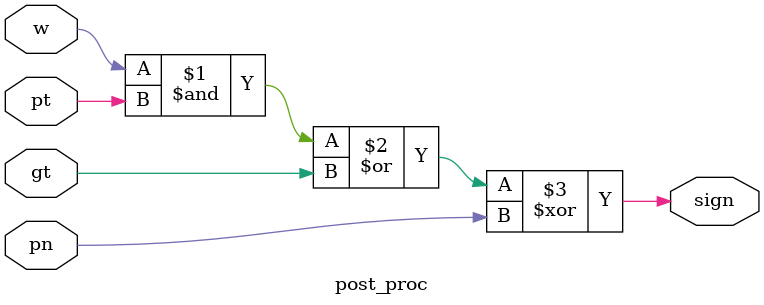
<source format=v>
module sign_3set #(parameter n=5)(
    input [5:0] in1,
    input [4:0] in2,
    input [4:0] in3,
    output sign
    );
wire gt,pt,pn,w;
wire [4:0]sum,carry;
CSA #(5) csa1({~in1[n-2:0],~in1[n]},in2,in3,sum,carry);
comparator c2(in2,in1,w);
carry_gen c1(sum,{carry[3:0],1'b0},gt,pt,pn);
post_proc p1(gt,pt,pn,w,sign);

endmodule

module carry_gen(
	input [4:0]in1,
	input [4:0]in2,
	output gt,
	output pt,
	output pn
	);
wire [4:0]P=in1^in2;
wire [4:0]G=in1&in2;
wire [1:0]gs1,ps1;
wire gs2,ps2;
GA ga1(G[0],P[0],G[1],P[1],gs1[0],ps1[0]);
GA ga2(G[2],P[2],G[3],P[3],gs1[1],ps1[1]);
GA ga3(gs1[0],ps1[0],gs1[1],ps1[1],gt,pt);
assign pn=P[4];
endmodule

module comparator(
	input [4:0]in1,
	input [5:0]in2,
	output w
	);

wire [4:0]P=in1^~in2;
wire [4:0]G=in1&(~in2);
wire [1:0]gs1,ps1;
wire gs2,ps2,gs3,ps3,w1;
GA ga1(G[0],P[0],G[1],P[1],gs1[0],ps1[0]);
GA ga2(G[2],P[2],G[3],P[3],gs1[1],ps1[1]);
GA ga3(gs1[0],ps1[0],gs1[1],ps1[1],gs2,ps2);
GA ga4(gs2,ps2,G[4],P[4],gs3,ps3);	
//p for equal and g for in1>~in2
assign w1=~in2[5]&ps3;
assign w=w1|gs3;
endmodule

module post_proc(
	input gt,
	input pt,
	input pn,
	input w,
	output sign
	);
assign sign=((w&pt)|gt)^pn;
endmodule

</source>
